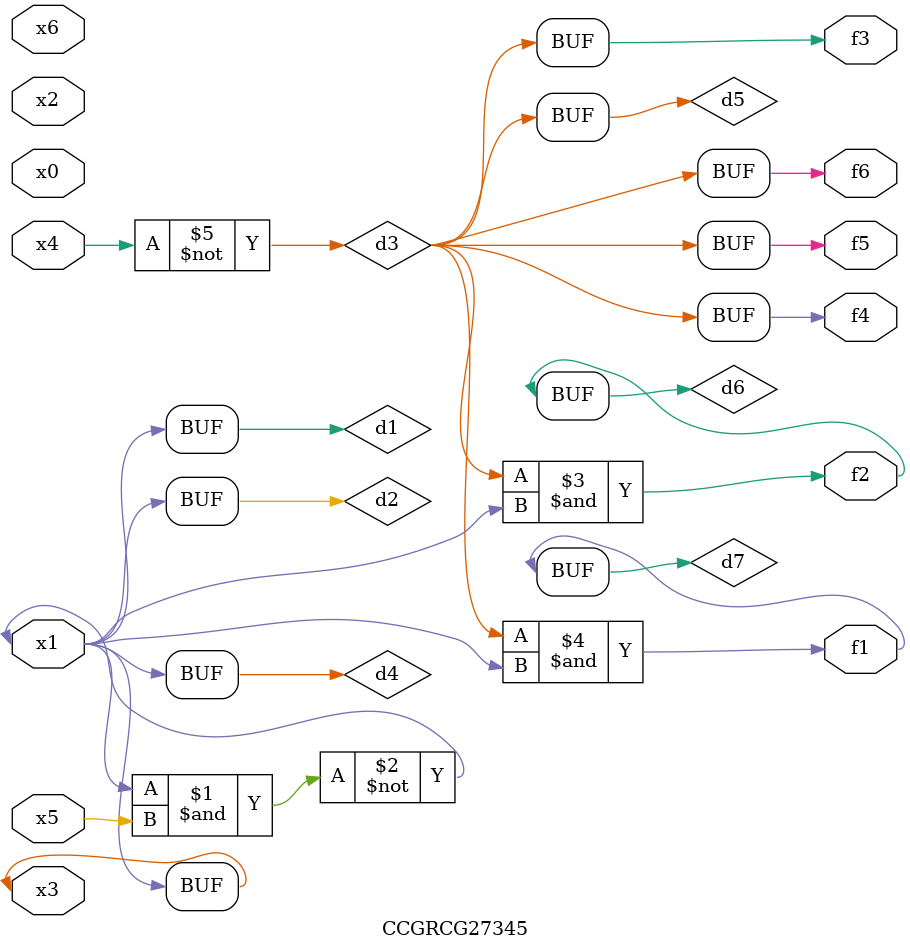
<source format=v>
module CCGRCG27345(
	input x0, x1, x2, x3, x4, x5, x6,
	output f1, f2, f3, f4, f5, f6
);

	wire d1, d2, d3, d4, d5, d6, d7;

	buf (d1, x1, x3);
	nand (d2, x1, x5);
	not (d3, x4);
	buf (d4, d1, d2);
	buf (d5, d3);
	and (d6, d3, d4);
	and (d7, d3, d4);
	assign f1 = d7;
	assign f2 = d6;
	assign f3 = d5;
	assign f4 = d5;
	assign f5 = d5;
	assign f6 = d5;
endmodule

</source>
